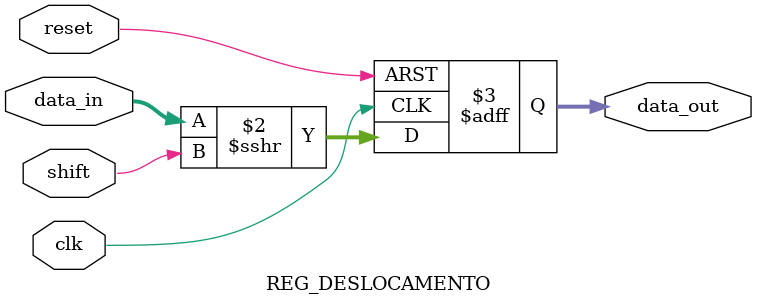
<source format=sv>
 
parameter BITS_DATA = 4;
parameter BITS_SHIFT = 1;
module REG_DESLOCAMENTO (
  input logic clk, reset,
  input logic [BITS_SHIFT-1:0] shift,
  input logic signed [BITS_DATA-1:0] data_in,
  output logic signed [BITS_DATA-1:0] data_out);
  
  always_ff @ (posedge reset or posedge clk) begin
    if (reset)
      data_out <= 0; 
    else
      data_out <= data_in >>> shift;
  end
  
endmodule 
</source>
